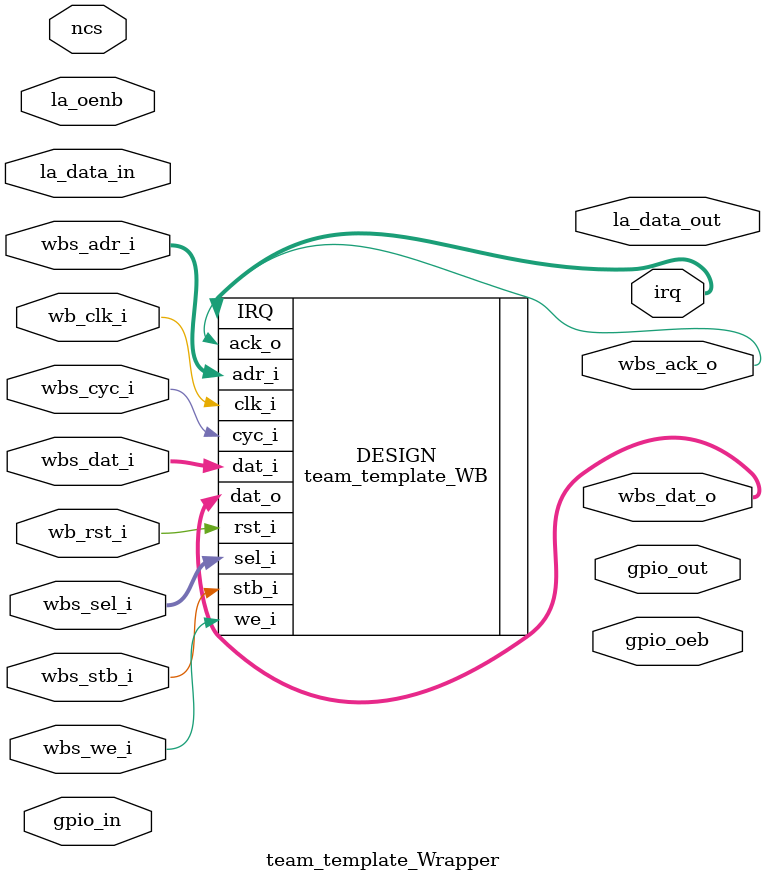
<source format=sv>

module team_template_Wrapper (

`ifdef USE_POWER_PINS
    inout vccd1,	// User area 1 1.8V supply
    inout vssd1,	// User area 1 digital ground
`endif

    // Chip Select (Active Low)
    input wire ncs,

    /*
    *--------------------------------------------------------------
    * NOTE: You may not need to include all of these.
    *
    * Your team will decide if/how you want to use the Wishbone
    * bus, the LA, or the GPIOs to interface with the chip's
    * management core and off-chip hardware.
    *--------------------------------------------------------------
    */

    // Wishbone Slave ports (WB MI A)
    input wire wb_clk_i,  // DO INCLUDE! - this is your clock signal
    input wire wb_rst_i,  // DO INCLUDE! - this is your reset signal
    input wire wbs_stb_i,
    input wire wbs_cyc_i,
    input wire wbs_we_i,
    input wire [3:0] wbs_sel_i,
    input wire [31:0] wbs_dat_i,
    input wire [31:0] wbs_adr_i,
    output wire wbs_ack_o,
    output wire [31:0] wbs_dat_o,

    // Logic Analyzer (LA)
    input wire [123:0] la_data_in,
    output wire [123:0] la_data_out,
    input wire [123:0] la_oenb,

    // GPIOs
    // (most likely you'll use these)
    input  wire [33:0] gpio_in,
    output wire [33:0] gpio_out,
    output wire [33:0] gpio_oeb,

    // IRQ
    output wire [2:0] irq
);
    /*
    * Declare internal signals here.
    * Assign unused outputs to a default value.
    * Insert additional code, if necessary.
    */

    /*
    *--------------------------------------------------------------
    * IMPORTANT INFO:
    *
    * If your design makes use of the Wishbone bus, please ask
    * your peer mentor to create a "Bus Wrapper" for your top
    * level module. The Bus Wrapper wraps your top level module
    * with the Wishbone slave ports, adds necessary destination
    * and source registers, and handles all the logic for
    * handling Wishbone specifications.
    *
    * Instantiate the Bus Wrapper module (team_template_WB) below.
    * If your design doesn't interface with the Wishbone bus,
    * instantiate your top level module instead (team_template).
    *--------------------------------------------------------------
    */

    // Instantiate Bus Wrapper module here
    team_template_WB DESIGN (
    `ifdef USE_POWER_PINS
        .vccd1(vccd1),	// User area 1 1.8V power
        .vssd1(vssd1),	// User area 1 digital ground
    `endif
        .clk_i(wb_clk_i),
        .rst_i(wb_rst_i),
        .adr_i(wbs_adr_i),
        .dat_i(wbs_dat_i),
        .dat_o(wbs_dat_o),
        .sel_i(wbs_sel_i),
        .cyc_i(wbs_cyc_i),
        .stb_i(wbs_stb_i),
        .ack_o(wbs_ack_o),
        .we_i(wbs_we_i),
        .IRQ(irq),
        /*
        * Place remaining port connections here.
        */
    );

endmodule
</source>
